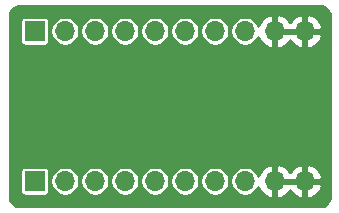
<source format=gbr>
G04 #@! TF.GenerationSoftware,KiCad,Pcbnew,(5.1.9-0-10_14)*
G04 #@! TF.CreationDate,2021-04-08T15:49:56-05:00*
G04 #@! TF.ProjectId,LED Helper,4c454420-4865-46c7-9065-722e6b696361,1*
G04 #@! TF.SameCoordinates,Original*
G04 #@! TF.FileFunction,Copper,L2,Bot*
G04 #@! TF.FilePolarity,Positive*
%FSLAX46Y46*%
G04 Gerber Fmt 4.6, Leading zero omitted, Abs format (unit mm)*
G04 Created by KiCad (PCBNEW (5.1.9-0-10_14)) date 2021-04-08 15:49:56*
%MOMM*%
%LPD*%
G01*
G04 APERTURE LIST*
G04 #@! TA.AperFunction,ComponentPad*
%ADD10R,1.700000X1.700000*%
G04 #@! TD*
G04 #@! TA.AperFunction,ComponentPad*
%ADD11O,1.700000X1.700000*%
G04 #@! TD*
G04 #@! TA.AperFunction,ViaPad*
%ADD12C,0.800000*%
G04 #@! TD*
G04 #@! TA.AperFunction,Conductor*
%ADD13C,0.254000*%
G04 #@! TD*
G04 #@! TA.AperFunction,Conductor*
%ADD14C,0.100000*%
G04 #@! TD*
G04 APERTURE END LIST*
D10*
X124460000Y-78740000D03*
D11*
X127000000Y-78740000D03*
X129540000Y-78740000D03*
X132080000Y-78740000D03*
X134620000Y-78740000D03*
X137160000Y-78740000D03*
X139700000Y-78740000D03*
X142240000Y-78740000D03*
X144780000Y-78740000D03*
X147320000Y-78740000D03*
X147320000Y-91440000D03*
X144780000Y-91440000D03*
X142240000Y-91440000D03*
X139700000Y-91440000D03*
X137160000Y-91440000D03*
X134620000Y-91440000D03*
X132080000Y-91440000D03*
X129540000Y-91440000D03*
X127000000Y-91440000D03*
D10*
X124460000Y-91440000D03*
D12*
X124460000Y-89408000D03*
X127000000Y-89408000D03*
X129540000Y-89408000D03*
X132080000Y-89408000D03*
X134620000Y-89408000D03*
X137160000Y-89408000D03*
X139700000Y-89408000D03*
X142240000Y-89408000D03*
D13*
X148757441Y-76624364D02*
X148918501Y-76672992D01*
X149067054Y-76751979D01*
X149197430Y-76858310D01*
X149304674Y-76987946D01*
X149384695Y-77135942D01*
X149434446Y-77296661D01*
X149454001Y-77482716D01*
X149454000Y-92690146D01*
X149435636Y-92877441D01*
X149387008Y-93038503D01*
X149308023Y-93187051D01*
X149201689Y-93317430D01*
X149072054Y-93424674D01*
X148924058Y-93504695D01*
X148763339Y-93554446D01*
X148577293Y-93574000D01*
X123209854Y-93574000D01*
X123022559Y-93555636D01*
X122861497Y-93507008D01*
X122712949Y-93428023D01*
X122582570Y-93321689D01*
X122475326Y-93192054D01*
X122395305Y-93044058D01*
X122345554Y-92883339D01*
X122326000Y-92697293D01*
X122326000Y-90590000D01*
X123227157Y-90590000D01*
X123227157Y-92290000D01*
X123234513Y-92364689D01*
X123256299Y-92436508D01*
X123291678Y-92502696D01*
X123339289Y-92560711D01*
X123397304Y-92608322D01*
X123463492Y-92643701D01*
X123535311Y-92665487D01*
X123610000Y-92672843D01*
X125310000Y-92672843D01*
X125384689Y-92665487D01*
X125456508Y-92643701D01*
X125522696Y-92608322D01*
X125580711Y-92560711D01*
X125628322Y-92502696D01*
X125663701Y-92436508D01*
X125685487Y-92364689D01*
X125692843Y-92290000D01*
X125692843Y-91318757D01*
X125769000Y-91318757D01*
X125769000Y-91561243D01*
X125816307Y-91799069D01*
X125909102Y-92023097D01*
X126043820Y-92224717D01*
X126215283Y-92396180D01*
X126416903Y-92530898D01*
X126640931Y-92623693D01*
X126878757Y-92671000D01*
X127121243Y-92671000D01*
X127359069Y-92623693D01*
X127583097Y-92530898D01*
X127784717Y-92396180D01*
X127956180Y-92224717D01*
X128090898Y-92023097D01*
X128183693Y-91799069D01*
X128231000Y-91561243D01*
X128231000Y-91318757D01*
X128309000Y-91318757D01*
X128309000Y-91561243D01*
X128356307Y-91799069D01*
X128449102Y-92023097D01*
X128583820Y-92224717D01*
X128755283Y-92396180D01*
X128956903Y-92530898D01*
X129180931Y-92623693D01*
X129418757Y-92671000D01*
X129661243Y-92671000D01*
X129899069Y-92623693D01*
X130123097Y-92530898D01*
X130324717Y-92396180D01*
X130496180Y-92224717D01*
X130630898Y-92023097D01*
X130723693Y-91799069D01*
X130771000Y-91561243D01*
X130771000Y-91318757D01*
X130849000Y-91318757D01*
X130849000Y-91561243D01*
X130896307Y-91799069D01*
X130989102Y-92023097D01*
X131123820Y-92224717D01*
X131295283Y-92396180D01*
X131496903Y-92530898D01*
X131720931Y-92623693D01*
X131958757Y-92671000D01*
X132201243Y-92671000D01*
X132439069Y-92623693D01*
X132663097Y-92530898D01*
X132864717Y-92396180D01*
X133036180Y-92224717D01*
X133170898Y-92023097D01*
X133263693Y-91799069D01*
X133311000Y-91561243D01*
X133311000Y-91318757D01*
X133389000Y-91318757D01*
X133389000Y-91561243D01*
X133436307Y-91799069D01*
X133529102Y-92023097D01*
X133663820Y-92224717D01*
X133835283Y-92396180D01*
X134036903Y-92530898D01*
X134260931Y-92623693D01*
X134498757Y-92671000D01*
X134741243Y-92671000D01*
X134979069Y-92623693D01*
X135203097Y-92530898D01*
X135404717Y-92396180D01*
X135576180Y-92224717D01*
X135710898Y-92023097D01*
X135803693Y-91799069D01*
X135851000Y-91561243D01*
X135851000Y-91318757D01*
X135929000Y-91318757D01*
X135929000Y-91561243D01*
X135976307Y-91799069D01*
X136069102Y-92023097D01*
X136203820Y-92224717D01*
X136375283Y-92396180D01*
X136576903Y-92530898D01*
X136800931Y-92623693D01*
X137038757Y-92671000D01*
X137281243Y-92671000D01*
X137519069Y-92623693D01*
X137743097Y-92530898D01*
X137944717Y-92396180D01*
X138116180Y-92224717D01*
X138250898Y-92023097D01*
X138343693Y-91799069D01*
X138391000Y-91561243D01*
X138391000Y-91318757D01*
X138469000Y-91318757D01*
X138469000Y-91561243D01*
X138516307Y-91799069D01*
X138609102Y-92023097D01*
X138743820Y-92224717D01*
X138915283Y-92396180D01*
X139116903Y-92530898D01*
X139340931Y-92623693D01*
X139578757Y-92671000D01*
X139821243Y-92671000D01*
X140059069Y-92623693D01*
X140283097Y-92530898D01*
X140484717Y-92396180D01*
X140656180Y-92224717D01*
X140790898Y-92023097D01*
X140883693Y-91799069D01*
X140931000Y-91561243D01*
X140931000Y-91318757D01*
X141009000Y-91318757D01*
X141009000Y-91561243D01*
X141056307Y-91799069D01*
X141149102Y-92023097D01*
X141283820Y-92224717D01*
X141455283Y-92396180D01*
X141656903Y-92530898D01*
X141880931Y-92623693D01*
X142118757Y-92671000D01*
X142361243Y-92671000D01*
X142599069Y-92623693D01*
X142823097Y-92530898D01*
X143024717Y-92396180D01*
X143196180Y-92224717D01*
X143330898Y-92023097D01*
X143378228Y-91908832D01*
X143435843Y-92071252D01*
X143584822Y-92321355D01*
X143779731Y-92537588D01*
X144013080Y-92711641D01*
X144275901Y-92836825D01*
X144423110Y-92881476D01*
X144653000Y-92760155D01*
X144653000Y-91567000D01*
X144907000Y-91567000D01*
X144907000Y-92760155D01*
X145136890Y-92881476D01*
X145284099Y-92836825D01*
X145546920Y-92711641D01*
X145780269Y-92537588D01*
X145975178Y-92321355D01*
X146050000Y-92195745D01*
X146124822Y-92321355D01*
X146319731Y-92537588D01*
X146553080Y-92711641D01*
X146815901Y-92836825D01*
X146963110Y-92881476D01*
X147193000Y-92760155D01*
X147193000Y-91567000D01*
X147447000Y-91567000D01*
X147447000Y-92760155D01*
X147676890Y-92881476D01*
X147824099Y-92836825D01*
X148086920Y-92711641D01*
X148320269Y-92537588D01*
X148515178Y-92321355D01*
X148664157Y-92071252D01*
X148761481Y-91796891D01*
X148640814Y-91567000D01*
X147447000Y-91567000D01*
X147193000Y-91567000D01*
X144907000Y-91567000D01*
X144653000Y-91567000D01*
X144633000Y-91567000D01*
X144633000Y-91313000D01*
X144653000Y-91313000D01*
X144653000Y-90119845D01*
X144907000Y-90119845D01*
X144907000Y-91313000D01*
X147193000Y-91313000D01*
X147193000Y-90119845D01*
X147447000Y-90119845D01*
X147447000Y-91313000D01*
X148640814Y-91313000D01*
X148761481Y-91083109D01*
X148664157Y-90808748D01*
X148515178Y-90558645D01*
X148320269Y-90342412D01*
X148086920Y-90168359D01*
X147824099Y-90043175D01*
X147676890Y-89998524D01*
X147447000Y-90119845D01*
X147193000Y-90119845D01*
X146963110Y-89998524D01*
X146815901Y-90043175D01*
X146553080Y-90168359D01*
X146319731Y-90342412D01*
X146124822Y-90558645D01*
X146050000Y-90684255D01*
X145975178Y-90558645D01*
X145780269Y-90342412D01*
X145546920Y-90168359D01*
X145284099Y-90043175D01*
X145136890Y-89998524D01*
X144907000Y-90119845D01*
X144653000Y-90119845D01*
X144423110Y-89998524D01*
X144275901Y-90043175D01*
X144013080Y-90168359D01*
X143779731Y-90342412D01*
X143584822Y-90558645D01*
X143435843Y-90808748D01*
X143378228Y-90971168D01*
X143330898Y-90856903D01*
X143196180Y-90655283D01*
X143024717Y-90483820D01*
X142823097Y-90349102D01*
X142599069Y-90256307D01*
X142361243Y-90209000D01*
X142118757Y-90209000D01*
X141880931Y-90256307D01*
X141656903Y-90349102D01*
X141455283Y-90483820D01*
X141283820Y-90655283D01*
X141149102Y-90856903D01*
X141056307Y-91080931D01*
X141009000Y-91318757D01*
X140931000Y-91318757D01*
X140883693Y-91080931D01*
X140790898Y-90856903D01*
X140656180Y-90655283D01*
X140484717Y-90483820D01*
X140283097Y-90349102D01*
X140059069Y-90256307D01*
X139821243Y-90209000D01*
X139578757Y-90209000D01*
X139340931Y-90256307D01*
X139116903Y-90349102D01*
X138915283Y-90483820D01*
X138743820Y-90655283D01*
X138609102Y-90856903D01*
X138516307Y-91080931D01*
X138469000Y-91318757D01*
X138391000Y-91318757D01*
X138343693Y-91080931D01*
X138250898Y-90856903D01*
X138116180Y-90655283D01*
X137944717Y-90483820D01*
X137743097Y-90349102D01*
X137519069Y-90256307D01*
X137281243Y-90209000D01*
X137038757Y-90209000D01*
X136800931Y-90256307D01*
X136576903Y-90349102D01*
X136375283Y-90483820D01*
X136203820Y-90655283D01*
X136069102Y-90856903D01*
X135976307Y-91080931D01*
X135929000Y-91318757D01*
X135851000Y-91318757D01*
X135803693Y-91080931D01*
X135710898Y-90856903D01*
X135576180Y-90655283D01*
X135404717Y-90483820D01*
X135203097Y-90349102D01*
X134979069Y-90256307D01*
X134741243Y-90209000D01*
X134498757Y-90209000D01*
X134260931Y-90256307D01*
X134036903Y-90349102D01*
X133835283Y-90483820D01*
X133663820Y-90655283D01*
X133529102Y-90856903D01*
X133436307Y-91080931D01*
X133389000Y-91318757D01*
X133311000Y-91318757D01*
X133263693Y-91080931D01*
X133170898Y-90856903D01*
X133036180Y-90655283D01*
X132864717Y-90483820D01*
X132663097Y-90349102D01*
X132439069Y-90256307D01*
X132201243Y-90209000D01*
X131958757Y-90209000D01*
X131720931Y-90256307D01*
X131496903Y-90349102D01*
X131295283Y-90483820D01*
X131123820Y-90655283D01*
X130989102Y-90856903D01*
X130896307Y-91080931D01*
X130849000Y-91318757D01*
X130771000Y-91318757D01*
X130723693Y-91080931D01*
X130630898Y-90856903D01*
X130496180Y-90655283D01*
X130324717Y-90483820D01*
X130123097Y-90349102D01*
X129899069Y-90256307D01*
X129661243Y-90209000D01*
X129418757Y-90209000D01*
X129180931Y-90256307D01*
X128956903Y-90349102D01*
X128755283Y-90483820D01*
X128583820Y-90655283D01*
X128449102Y-90856903D01*
X128356307Y-91080931D01*
X128309000Y-91318757D01*
X128231000Y-91318757D01*
X128183693Y-91080931D01*
X128090898Y-90856903D01*
X127956180Y-90655283D01*
X127784717Y-90483820D01*
X127583097Y-90349102D01*
X127359069Y-90256307D01*
X127121243Y-90209000D01*
X126878757Y-90209000D01*
X126640931Y-90256307D01*
X126416903Y-90349102D01*
X126215283Y-90483820D01*
X126043820Y-90655283D01*
X125909102Y-90856903D01*
X125816307Y-91080931D01*
X125769000Y-91318757D01*
X125692843Y-91318757D01*
X125692843Y-90590000D01*
X125685487Y-90515311D01*
X125663701Y-90443492D01*
X125628322Y-90377304D01*
X125580711Y-90319289D01*
X125522696Y-90271678D01*
X125456508Y-90236299D01*
X125384689Y-90214513D01*
X125310000Y-90207157D01*
X123610000Y-90207157D01*
X123535311Y-90214513D01*
X123463492Y-90236299D01*
X123397304Y-90271678D01*
X123339289Y-90319289D01*
X123291678Y-90377304D01*
X123256299Y-90443492D01*
X123234513Y-90515311D01*
X123227157Y-90590000D01*
X122326000Y-90590000D01*
X122326000Y-77890000D01*
X123227157Y-77890000D01*
X123227157Y-79590000D01*
X123234513Y-79664689D01*
X123256299Y-79736508D01*
X123291678Y-79802696D01*
X123339289Y-79860711D01*
X123397304Y-79908322D01*
X123463492Y-79943701D01*
X123535311Y-79965487D01*
X123610000Y-79972843D01*
X125310000Y-79972843D01*
X125384689Y-79965487D01*
X125456508Y-79943701D01*
X125522696Y-79908322D01*
X125580711Y-79860711D01*
X125628322Y-79802696D01*
X125663701Y-79736508D01*
X125685487Y-79664689D01*
X125692843Y-79590000D01*
X125692843Y-78618757D01*
X125769000Y-78618757D01*
X125769000Y-78861243D01*
X125816307Y-79099069D01*
X125909102Y-79323097D01*
X126043820Y-79524717D01*
X126215283Y-79696180D01*
X126416903Y-79830898D01*
X126640931Y-79923693D01*
X126878757Y-79971000D01*
X127121243Y-79971000D01*
X127359069Y-79923693D01*
X127583097Y-79830898D01*
X127784717Y-79696180D01*
X127956180Y-79524717D01*
X128090898Y-79323097D01*
X128183693Y-79099069D01*
X128231000Y-78861243D01*
X128231000Y-78618757D01*
X128309000Y-78618757D01*
X128309000Y-78861243D01*
X128356307Y-79099069D01*
X128449102Y-79323097D01*
X128583820Y-79524717D01*
X128755283Y-79696180D01*
X128956903Y-79830898D01*
X129180931Y-79923693D01*
X129418757Y-79971000D01*
X129661243Y-79971000D01*
X129899069Y-79923693D01*
X130123097Y-79830898D01*
X130324717Y-79696180D01*
X130496180Y-79524717D01*
X130630898Y-79323097D01*
X130723693Y-79099069D01*
X130771000Y-78861243D01*
X130771000Y-78618757D01*
X130849000Y-78618757D01*
X130849000Y-78861243D01*
X130896307Y-79099069D01*
X130989102Y-79323097D01*
X131123820Y-79524717D01*
X131295283Y-79696180D01*
X131496903Y-79830898D01*
X131720931Y-79923693D01*
X131958757Y-79971000D01*
X132201243Y-79971000D01*
X132439069Y-79923693D01*
X132663097Y-79830898D01*
X132864717Y-79696180D01*
X133036180Y-79524717D01*
X133170898Y-79323097D01*
X133263693Y-79099069D01*
X133311000Y-78861243D01*
X133311000Y-78618757D01*
X133389000Y-78618757D01*
X133389000Y-78861243D01*
X133436307Y-79099069D01*
X133529102Y-79323097D01*
X133663820Y-79524717D01*
X133835283Y-79696180D01*
X134036903Y-79830898D01*
X134260931Y-79923693D01*
X134498757Y-79971000D01*
X134741243Y-79971000D01*
X134979069Y-79923693D01*
X135203097Y-79830898D01*
X135404717Y-79696180D01*
X135576180Y-79524717D01*
X135710898Y-79323097D01*
X135803693Y-79099069D01*
X135851000Y-78861243D01*
X135851000Y-78618757D01*
X135929000Y-78618757D01*
X135929000Y-78861243D01*
X135976307Y-79099069D01*
X136069102Y-79323097D01*
X136203820Y-79524717D01*
X136375283Y-79696180D01*
X136576903Y-79830898D01*
X136800931Y-79923693D01*
X137038757Y-79971000D01*
X137281243Y-79971000D01*
X137519069Y-79923693D01*
X137743097Y-79830898D01*
X137944717Y-79696180D01*
X138116180Y-79524717D01*
X138250898Y-79323097D01*
X138343693Y-79099069D01*
X138391000Y-78861243D01*
X138391000Y-78618757D01*
X138469000Y-78618757D01*
X138469000Y-78861243D01*
X138516307Y-79099069D01*
X138609102Y-79323097D01*
X138743820Y-79524717D01*
X138915283Y-79696180D01*
X139116903Y-79830898D01*
X139340931Y-79923693D01*
X139578757Y-79971000D01*
X139821243Y-79971000D01*
X140059069Y-79923693D01*
X140283097Y-79830898D01*
X140484717Y-79696180D01*
X140656180Y-79524717D01*
X140790898Y-79323097D01*
X140883693Y-79099069D01*
X140931000Y-78861243D01*
X140931000Y-78618757D01*
X141009000Y-78618757D01*
X141009000Y-78861243D01*
X141056307Y-79099069D01*
X141149102Y-79323097D01*
X141283820Y-79524717D01*
X141455283Y-79696180D01*
X141656903Y-79830898D01*
X141880931Y-79923693D01*
X142118757Y-79971000D01*
X142361243Y-79971000D01*
X142599069Y-79923693D01*
X142823097Y-79830898D01*
X143024717Y-79696180D01*
X143196180Y-79524717D01*
X143330898Y-79323097D01*
X143378228Y-79208832D01*
X143435843Y-79371252D01*
X143584822Y-79621355D01*
X143779731Y-79837588D01*
X144013080Y-80011641D01*
X144275901Y-80136825D01*
X144423110Y-80181476D01*
X144653000Y-80060155D01*
X144653000Y-78867000D01*
X144907000Y-78867000D01*
X144907000Y-80060155D01*
X145136890Y-80181476D01*
X145284099Y-80136825D01*
X145546920Y-80011641D01*
X145780269Y-79837588D01*
X145975178Y-79621355D01*
X146050000Y-79495745D01*
X146124822Y-79621355D01*
X146319731Y-79837588D01*
X146553080Y-80011641D01*
X146815901Y-80136825D01*
X146963110Y-80181476D01*
X147193000Y-80060155D01*
X147193000Y-78867000D01*
X147447000Y-78867000D01*
X147447000Y-80060155D01*
X147676890Y-80181476D01*
X147824099Y-80136825D01*
X148086920Y-80011641D01*
X148320269Y-79837588D01*
X148515178Y-79621355D01*
X148664157Y-79371252D01*
X148761481Y-79096891D01*
X148640814Y-78867000D01*
X147447000Y-78867000D01*
X147193000Y-78867000D01*
X144907000Y-78867000D01*
X144653000Y-78867000D01*
X144633000Y-78867000D01*
X144633000Y-78613000D01*
X144653000Y-78613000D01*
X144653000Y-77419845D01*
X144907000Y-77419845D01*
X144907000Y-78613000D01*
X147193000Y-78613000D01*
X147193000Y-77419845D01*
X147447000Y-77419845D01*
X147447000Y-78613000D01*
X148640814Y-78613000D01*
X148761481Y-78383109D01*
X148664157Y-78108748D01*
X148515178Y-77858645D01*
X148320269Y-77642412D01*
X148086920Y-77468359D01*
X147824099Y-77343175D01*
X147676890Y-77298524D01*
X147447000Y-77419845D01*
X147193000Y-77419845D01*
X146963110Y-77298524D01*
X146815901Y-77343175D01*
X146553080Y-77468359D01*
X146319731Y-77642412D01*
X146124822Y-77858645D01*
X146050000Y-77984255D01*
X145975178Y-77858645D01*
X145780269Y-77642412D01*
X145546920Y-77468359D01*
X145284099Y-77343175D01*
X145136890Y-77298524D01*
X144907000Y-77419845D01*
X144653000Y-77419845D01*
X144423110Y-77298524D01*
X144275901Y-77343175D01*
X144013080Y-77468359D01*
X143779731Y-77642412D01*
X143584822Y-77858645D01*
X143435843Y-78108748D01*
X143378228Y-78271168D01*
X143330898Y-78156903D01*
X143196180Y-77955283D01*
X143024717Y-77783820D01*
X142823097Y-77649102D01*
X142599069Y-77556307D01*
X142361243Y-77509000D01*
X142118757Y-77509000D01*
X141880931Y-77556307D01*
X141656903Y-77649102D01*
X141455283Y-77783820D01*
X141283820Y-77955283D01*
X141149102Y-78156903D01*
X141056307Y-78380931D01*
X141009000Y-78618757D01*
X140931000Y-78618757D01*
X140883693Y-78380931D01*
X140790898Y-78156903D01*
X140656180Y-77955283D01*
X140484717Y-77783820D01*
X140283097Y-77649102D01*
X140059069Y-77556307D01*
X139821243Y-77509000D01*
X139578757Y-77509000D01*
X139340931Y-77556307D01*
X139116903Y-77649102D01*
X138915283Y-77783820D01*
X138743820Y-77955283D01*
X138609102Y-78156903D01*
X138516307Y-78380931D01*
X138469000Y-78618757D01*
X138391000Y-78618757D01*
X138343693Y-78380931D01*
X138250898Y-78156903D01*
X138116180Y-77955283D01*
X137944717Y-77783820D01*
X137743097Y-77649102D01*
X137519069Y-77556307D01*
X137281243Y-77509000D01*
X137038757Y-77509000D01*
X136800931Y-77556307D01*
X136576903Y-77649102D01*
X136375283Y-77783820D01*
X136203820Y-77955283D01*
X136069102Y-78156903D01*
X135976307Y-78380931D01*
X135929000Y-78618757D01*
X135851000Y-78618757D01*
X135803693Y-78380931D01*
X135710898Y-78156903D01*
X135576180Y-77955283D01*
X135404717Y-77783820D01*
X135203097Y-77649102D01*
X134979069Y-77556307D01*
X134741243Y-77509000D01*
X134498757Y-77509000D01*
X134260931Y-77556307D01*
X134036903Y-77649102D01*
X133835283Y-77783820D01*
X133663820Y-77955283D01*
X133529102Y-78156903D01*
X133436307Y-78380931D01*
X133389000Y-78618757D01*
X133311000Y-78618757D01*
X133263693Y-78380931D01*
X133170898Y-78156903D01*
X133036180Y-77955283D01*
X132864717Y-77783820D01*
X132663097Y-77649102D01*
X132439069Y-77556307D01*
X132201243Y-77509000D01*
X131958757Y-77509000D01*
X131720931Y-77556307D01*
X131496903Y-77649102D01*
X131295283Y-77783820D01*
X131123820Y-77955283D01*
X130989102Y-78156903D01*
X130896307Y-78380931D01*
X130849000Y-78618757D01*
X130771000Y-78618757D01*
X130723693Y-78380931D01*
X130630898Y-78156903D01*
X130496180Y-77955283D01*
X130324717Y-77783820D01*
X130123097Y-77649102D01*
X129899069Y-77556307D01*
X129661243Y-77509000D01*
X129418757Y-77509000D01*
X129180931Y-77556307D01*
X128956903Y-77649102D01*
X128755283Y-77783820D01*
X128583820Y-77955283D01*
X128449102Y-78156903D01*
X128356307Y-78380931D01*
X128309000Y-78618757D01*
X128231000Y-78618757D01*
X128183693Y-78380931D01*
X128090898Y-78156903D01*
X127956180Y-77955283D01*
X127784717Y-77783820D01*
X127583097Y-77649102D01*
X127359069Y-77556307D01*
X127121243Y-77509000D01*
X126878757Y-77509000D01*
X126640931Y-77556307D01*
X126416903Y-77649102D01*
X126215283Y-77783820D01*
X126043820Y-77955283D01*
X125909102Y-78156903D01*
X125816307Y-78380931D01*
X125769000Y-78618757D01*
X125692843Y-78618757D01*
X125692843Y-77890000D01*
X125685487Y-77815311D01*
X125663701Y-77743492D01*
X125628322Y-77677304D01*
X125580711Y-77619289D01*
X125522696Y-77571678D01*
X125456508Y-77536299D01*
X125384689Y-77514513D01*
X125310000Y-77507157D01*
X123610000Y-77507157D01*
X123535311Y-77514513D01*
X123463492Y-77536299D01*
X123397304Y-77571678D01*
X123339289Y-77619289D01*
X123291678Y-77677304D01*
X123256299Y-77743492D01*
X123234513Y-77815311D01*
X123227157Y-77890000D01*
X122326000Y-77890000D01*
X122326000Y-77489854D01*
X122344364Y-77302559D01*
X122392992Y-77141499D01*
X122471979Y-76992946D01*
X122578310Y-76862570D01*
X122707946Y-76755326D01*
X122855942Y-76675305D01*
X123016661Y-76625554D01*
X123202707Y-76606000D01*
X148570146Y-76606000D01*
X148757441Y-76624364D01*
G04 #@! TA.AperFunction,Conductor*
D14*
G36*
X148757441Y-76624364D02*
G01*
X148918501Y-76672992D01*
X149067054Y-76751979D01*
X149197430Y-76858310D01*
X149304674Y-76987946D01*
X149384695Y-77135942D01*
X149434446Y-77296661D01*
X149454001Y-77482716D01*
X149454000Y-92690146D01*
X149435636Y-92877441D01*
X149387008Y-93038503D01*
X149308023Y-93187051D01*
X149201689Y-93317430D01*
X149072054Y-93424674D01*
X148924058Y-93504695D01*
X148763339Y-93554446D01*
X148577293Y-93574000D01*
X123209854Y-93574000D01*
X123022559Y-93555636D01*
X122861497Y-93507008D01*
X122712949Y-93428023D01*
X122582570Y-93321689D01*
X122475326Y-93192054D01*
X122395305Y-93044058D01*
X122345554Y-92883339D01*
X122326000Y-92697293D01*
X122326000Y-90590000D01*
X123227157Y-90590000D01*
X123227157Y-92290000D01*
X123234513Y-92364689D01*
X123256299Y-92436508D01*
X123291678Y-92502696D01*
X123339289Y-92560711D01*
X123397304Y-92608322D01*
X123463492Y-92643701D01*
X123535311Y-92665487D01*
X123610000Y-92672843D01*
X125310000Y-92672843D01*
X125384689Y-92665487D01*
X125456508Y-92643701D01*
X125522696Y-92608322D01*
X125580711Y-92560711D01*
X125628322Y-92502696D01*
X125663701Y-92436508D01*
X125685487Y-92364689D01*
X125692843Y-92290000D01*
X125692843Y-91318757D01*
X125769000Y-91318757D01*
X125769000Y-91561243D01*
X125816307Y-91799069D01*
X125909102Y-92023097D01*
X126043820Y-92224717D01*
X126215283Y-92396180D01*
X126416903Y-92530898D01*
X126640931Y-92623693D01*
X126878757Y-92671000D01*
X127121243Y-92671000D01*
X127359069Y-92623693D01*
X127583097Y-92530898D01*
X127784717Y-92396180D01*
X127956180Y-92224717D01*
X128090898Y-92023097D01*
X128183693Y-91799069D01*
X128231000Y-91561243D01*
X128231000Y-91318757D01*
X128309000Y-91318757D01*
X128309000Y-91561243D01*
X128356307Y-91799069D01*
X128449102Y-92023097D01*
X128583820Y-92224717D01*
X128755283Y-92396180D01*
X128956903Y-92530898D01*
X129180931Y-92623693D01*
X129418757Y-92671000D01*
X129661243Y-92671000D01*
X129899069Y-92623693D01*
X130123097Y-92530898D01*
X130324717Y-92396180D01*
X130496180Y-92224717D01*
X130630898Y-92023097D01*
X130723693Y-91799069D01*
X130771000Y-91561243D01*
X130771000Y-91318757D01*
X130849000Y-91318757D01*
X130849000Y-91561243D01*
X130896307Y-91799069D01*
X130989102Y-92023097D01*
X131123820Y-92224717D01*
X131295283Y-92396180D01*
X131496903Y-92530898D01*
X131720931Y-92623693D01*
X131958757Y-92671000D01*
X132201243Y-92671000D01*
X132439069Y-92623693D01*
X132663097Y-92530898D01*
X132864717Y-92396180D01*
X133036180Y-92224717D01*
X133170898Y-92023097D01*
X133263693Y-91799069D01*
X133311000Y-91561243D01*
X133311000Y-91318757D01*
X133389000Y-91318757D01*
X133389000Y-91561243D01*
X133436307Y-91799069D01*
X133529102Y-92023097D01*
X133663820Y-92224717D01*
X133835283Y-92396180D01*
X134036903Y-92530898D01*
X134260931Y-92623693D01*
X134498757Y-92671000D01*
X134741243Y-92671000D01*
X134979069Y-92623693D01*
X135203097Y-92530898D01*
X135404717Y-92396180D01*
X135576180Y-92224717D01*
X135710898Y-92023097D01*
X135803693Y-91799069D01*
X135851000Y-91561243D01*
X135851000Y-91318757D01*
X135929000Y-91318757D01*
X135929000Y-91561243D01*
X135976307Y-91799069D01*
X136069102Y-92023097D01*
X136203820Y-92224717D01*
X136375283Y-92396180D01*
X136576903Y-92530898D01*
X136800931Y-92623693D01*
X137038757Y-92671000D01*
X137281243Y-92671000D01*
X137519069Y-92623693D01*
X137743097Y-92530898D01*
X137944717Y-92396180D01*
X138116180Y-92224717D01*
X138250898Y-92023097D01*
X138343693Y-91799069D01*
X138391000Y-91561243D01*
X138391000Y-91318757D01*
X138469000Y-91318757D01*
X138469000Y-91561243D01*
X138516307Y-91799069D01*
X138609102Y-92023097D01*
X138743820Y-92224717D01*
X138915283Y-92396180D01*
X139116903Y-92530898D01*
X139340931Y-92623693D01*
X139578757Y-92671000D01*
X139821243Y-92671000D01*
X140059069Y-92623693D01*
X140283097Y-92530898D01*
X140484717Y-92396180D01*
X140656180Y-92224717D01*
X140790898Y-92023097D01*
X140883693Y-91799069D01*
X140931000Y-91561243D01*
X140931000Y-91318757D01*
X141009000Y-91318757D01*
X141009000Y-91561243D01*
X141056307Y-91799069D01*
X141149102Y-92023097D01*
X141283820Y-92224717D01*
X141455283Y-92396180D01*
X141656903Y-92530898D01*
X141880931Y-92623693D01*
X142118757Y-92671000D01*
X142361243Y-92671000D01*
X142599069Y-92623693D01*
X142823097Y-92530898D01*
X143024717Y-92396180D01*
X143196180Y-92224717D01*
X143330898Y-92023097D01*
X143378228Y-91908832D01*
X143435843Y-92071252D01*
X143584822Y-92321355D01*
X143779731Y-92537588D01*
X144013080Y-92711641D01*
X144275901Y-92836825D01*
X144423110Y-92881476D01*
X144653000Y-92760155D01*
X144653000Y-91567000D01*
X144907000Y-91567000D01*
X144907000Y-92760155D01*
X145136890Y-92881476D01*
X145284099Y-92836825D01*
X145546920Y-92711641D01*
X145780269Y-92537588D01*
X145975178Y-92321355D01*
X146050000Y-92195745D01*
X146124822Y-92321355D01*
X146319731Y-92537588D01*
X146553080Y-92711641D01*
X146815901Y-92836825D01*
X146963110Y-92881476D01*
X147193000Y-92760155D01*
X147193000Y-91567000D01*
X147447000Y-91567000D01*
X147447000Y-92760155D01*
X147676890Y-92881476D01*
X147824099Y-92836825D01*
X148086920Y-92711641D01*
X148320269Y-92537588D01*
X148515178Y-92321355D01*
X148664157Y-92071252D01*
X148761481Y-91796891D01*
X148640814Y-91567000D01*
X147447000Y-91567000D01*
X147193000Y-91567000D01*
X144907000Y-91567000D01*
X144653000Y-91567000D01*
X144633000Y-91567000D01*
X144633000Y-91313000D01*
X144653000Y-91313000D01*
X144653000Y-90119845D01*
X144907000Y-90119845D01*
X144907000Y-91313000D01*
X147193000Y-91313000D01*
X147193000Y-90119845D01*
X147447000Y-90119845D01*
X147447000Y-91313000D01*
X148640814Y-91313000D01*
X148761481Y-91083109D01*
X148664157Y-90808748D01*
X148515178Y-90558645D01*
X148320269Y-90342412D01*
X148086920Y-90168359D01*
X147824099Y-90043175D01*
X147676890Y-89998524D01*
X147447000Y-90119845D01*
X147193000Y-90119845D01*
X146963110Y-89998524D01*
X146815901Y-90043175D01*
X146553080Y-90168359D01*
X146319731Y-90342412D01*
X146124822Y-90558645D01*
X146050000Y-90684255D01*
X145975178Y-90558645D01*
X145780269Y-90342412D01*
X145546920Y-90168359D01*
X145284099Y-90043175D01*
X145136890Y-89998524D01*
X144907000Y-90119845D01*
X144653000Y-90119845D01*
X144423110Y-89998524D01*
X144275901Y-90043175D01*
X144013080Y-90168359D01*
X143779731Y-90342412D01*
X143584822Y-90558645D01*
X143435843Y-90808748D01*
X143378228Y-90971168D01*
X143330898Y-90856903D01*
X143196180Y-90655283D01*
X143024717Y-90483820D01*
X142823097Y-90349102D01*
X142599069Y-90256307D01*
X142361243Y-90209000D01*
X142118757Y-90209000D01*
X141880931Y-90256307D01*
X141656903Y-90349102D01*
X141455283Y-90483820D01*
X141283820Y-90655283D01*
X141149102Y-90856903D01*
X141056307Y-91080931D01*
X141009000Y-91318757D01*
X140931000Y-91318757D01*
X140883693Y-91080931D01*
X140790898Y-90856903D01*
X140656180Y-90655283D01*
X140484717Y-90483820D01*
X140283097Y-90349102D01*
X140059069Y-90256307D01*
X139821243Y-90209000D01*
X139578757Y-90209000D01*
X139340931Y-90256307D01*
X139116903Y-90349102D01*
X138915283Y-90483820D01*
X138743820Y-90655283D01*
X138609102Y-90856903D01*
X138516307Y-91080931D01*
X138469000Y-91318757D01*
X138391000Y-91318757D01*
X138343693Y-91080931D01*
X138250898Y-90856903D01*
X138116180Y-90655283D01*
X137944717Y-90483820D01*
X137743097Y-90349102D01*
X137519069Y-90256307D01*
X137281243Y-90209000D01*
X137038757Y-90209000D01*
X136800931Y-90256307D01*
X136576903Y-90349102D01*
X136375283Y-90483820D01*
X136203820Y-90655283D01*
X136069102Y-90856903D01*
X135976307Y-91080931D01*
X135929000Y-91318757D01*
X135851000Y-91318757D01*
X135803693Y-91080931D01*
X135710898Y-90856903D01*
X135576180Y-90655283D01*
X135404717Y-90483820D01*
X135203097Y-90349102D01*
X134979069Y-90256307D01*
X134741243Y-90209000D01*
X134498757Y-90209000D01*
X134260931Y-90256307D01*
X134036903Y-90349102D01*
X133835283Y-90483820D01*
X133663820Y-90655283D01*
X133529102Y-90856903D01*
X133436307Y-91080931D01*
X133389000Y-91318757D01*
X133311000Y-91318757D01*
X133263693Y-91080931D01*
X133170898Y-90856903D01*
X133036180Y-90655283D01*
X132864717Y-90483820D01*
X132663097Y-90349102D01*
X132439069Y-90256307D01*
X132201243Y-90209000D01*
X131958757Y-90209000D01*
X131720931Y-90256307D01*
X131496903Y-90349102D01*
X131295283Y-90483820D01*
X131123820Y-90655283D01*
X130989102Y-90856903D01*
X130896307Y-91080931D01*
X130849000Y-91318757D01*
X130771000Y-91318757D01*
X130723693Y-91080931D01*
X130630898Y-90856903D01*
X130496180Y-90655283D01*
X130324717Y-90483820D01*
X130123097Y-90349102D01*
X129899069Y-90256307D01*
X129661243Y-90209000D01*
X129418757Y-90209000D01*
X129180931Y-90256307D01*
X128956903Y-90349102D01*
X128755283Y-90483820D01*
X128583820Y-90655283D01*
X128449102Y-90856903D01*
X128356307Y-91080931D01*
X128309000Y-91318757D01*
X128231000Y-91318757D01*
X128183693Y-91080931D01*
X128090898Y-90856903D01*
X127956180Y-90655283D01*
X127784717Y-90483820D01*
X127583097Y-90349102D01*
X127359069Y-90256307D01*
X127121243Y-90209000D01*
X126878757Y-90209000D01*
X126640931Y-90256307D01*
X126416903Y-90349102D01*
X126215283Y-90483820D01*
X126043820Y-90655283D01*
X125909102Y-90856903D01*
X125816307Y-91080931D01*
X125769000Y-91318757D01*
X125692843Y-91318757D01*
X125692843Y-90590000D01*
X125685487Y-90515311D01*
X125663701Y-90443492D01*
X125628322Y-90377304D01*
X125580711Y-90319289D01*
X125522696Y-90271678D01*
X125456508Y-90236299D01*
X125384689Y-90214513D01*
X125310000Y-90207157D01*
X123610000Y-90207157D01*
X123535311Y-90214513D01*
X123463492Y-90236299D01*
X123397304Y-90271678D01*
X123339289Y-90319289D01*
X123291678Y-90377304D01*
X123256299Y-90443492D01*
X123234513Y-90515311D01*
X123227157Y-90590000D01*
X122326000Y-90590000D01*
X122326000Y-77890000D01*
X123227157Y-77890000D01*
X123227157Y-79590000D01*
X123234513Y-79664689D01*
X123256299Y-79736508D01*
X123291678Y-79802696D01*
X123339289Y-79860711D01*
X123397304Y-79908322D01*
X123463492Y-79943701D01*
X123535311Y-79965487D01*
X123610000Y-79972843D01*
X125310000Y-79972843D01*
X125384689Y-79965487D01*
X125456508Y-79943701D01*
X125522696Y-79908322D01*
X125580711Y-79860711D01*
X125628322Y-79802696D01*
X125663701Y-79736508D01*
X125685487Y-79664689D01*
X125692843Y-79590000D01*
X125692843Y-78618757D01*
X125769000Y-78618757D01*
X125769000Y-78861243D01*
X125816307Y-79099069D01*
X125909102Y-79323097D01*
X126043820Y-79524717D01*
X126215283Y-79696180D01*
X126416903Y-79830898D01*
X126640931Y-79923693D01*
X126878757Y-79971000D01*
X127121243Y-79971000D01*
X127359069Y-79923693D01*
X127583097Y-79830898D01*
X127784717Y-79696180D01*
X127956180Y-79524717D01*
X128090898Y-79323097D01*
X128183693Y-79099069D01*
X128231000Y-78861243D01*
X128231000Y-78618757D01*
X128309000Y-78618757D01*
X128309000Y-78861243D01*
X128356307Y-79099069D01*
X128449102Y-79323097D01*
X128583820Y-79524717D01*
X128755283Y-79696180D01*
X128956903Y-79830898D01*
X129180931Y-79923693D01*
X129418757Y-79971000D01*
X129661243Y-79971000D01*
X129899069Y-79923693D01*
X130123097Y-79830898D01*
X130324717Y-79696180D01*
X130496180Y-79524717D01*
X130630898Y-79323097D01*
X130723693Y-79099069D01*
X130771000Y-78861243D01*
X130771000Y-78618757D01*
X130849000Y-78618757D01*
X130849000Y-78861243D01*
X130896307Y-79099069D01*
X130989102Y-79323097D01*
X131123820Y-79524717D01*
X131295283Y-79696180D01*
X131496903Y-79830898D01*
X131720931Y-79923693D01*
X131958757Y-79971000D01*
X132201243Y-79971000D01*
X132439069Y-79923693D01*
X132663097Y-79830898D01*
X132864717Y-79696180D01*
X133036180Y-79524717D01*
X133170898Y-79323097D01*
X133263693Y-79099069D01*
X133311000Y-78861243D01*
X133311000Y-78618757D01*
X133389000Y-78618757D01*
X133389000Y-78861243D01*
X133436307Y-79099069D01*
X133529102Y-79323097D01*
X133663820Y-79524717D01*
X133835283Y-79696180D01*
X134036903Y-79830898D01*
X134260931Y-79923693D01*
X134498757Y-79971000D01*
X134741243Y-79971000D01*
X134979069Y-79923693D01*
X135203097Y-79830898D01*
X135404717Y-79696180D01*
X135576180Y-79524717D01*
X135710898Y-79323097D01*
X135803693Y-79099069D01*
X135851000Y-78861243D01*
X135851000Y-78618757D01*
X135929000Y-78618757D01*
X135929000Y-78861243D01*
X135976307Y-79099069D01*
X136069102Y-79323097D01*
X136203820Y-79524717D01*
X136375283Y-79696180D01*
X136576903Y-79830898D01*
X136800931Y-79923693D01*
X137038757Y-79971000D01*
X137281243Y-79971000D01*
X137519069Y-79923693D01*
X137743097Y-79830898D01*
X137944717Y-79696180D01*
X138116180Y-79524717D01*
X138250898Y-79323097D01*
X138343693Y-79099069D01*
X138391000Y-78861243D01*
X138391000Y-78618757D01*
X138469000Y-78618757D01*
X138469000Y-78861243D01*
X138516307Y-79099069D01*
X138609102Y-79323097D01*
X138743820Y-79524717D01*
X138915283Y-79696180D01*
X139116903Y-79830898D01*
X139340931Y-79923693D01*
X139578757Y-79971000D01*
X139821243Y-79971000D01*
X140059069Y-79923693D01*
X140283097Y-79830898D01*
X140484717Y-79696180D01*
X140656180Y-79524717D01*
X140790898Y-79323097D01*
X140883693Y-79099069D01*
X140931000Y-78861243D01*
X140931000Y-78618757D01*
X141009000Y-78618757D01*
X141009000Y-78861243D01*
X141056307Y-79099069D01*
X141149102Y-79323097D01*
X141283820Y-79524717D01*
X141455283Y-79696180D01*
X141656903Y-79830898D01*
X141880931Y-79923693D01*
X142118757Y-79971000D01*
X142361243Y-79971000D01*
X142599069Y-79923693D01*
X142823097Y-79830898D01*
X143024717Y-79696180D01*
X143196180Y-79524717D01*
X143330898Y-79323097D01*
X143378228Y-79208832D01*
X143435843Y-79371252D01*
X143584822Y-79621355D01*
X143779731Y-79837588D01*
X144013080Y-80011641D01*
X144275901Y-80136825D01*
X144423110Y-80181476D01*
X144653000Y-80060155D01*
X144653000Y-78867000D01*
X144907000Y-78867000D01*
X144907000Y-80060155D01*
X145136890Y-80181476D01*
X145284099Y-80136825D01*
X145546920Y-80011641D01*
X145780269Y-79837588D01*
X145975178Y-79621355D01*
X146050000Y-79495745D01*
X146124822Y-79621355D01*
X146319731Y-79837588D01*
X146553080Y-80011641D01*
X146815901Y-80136825D01*
X146963110Y-80181476D01*
X147193000Y-80060155D01*
X147193000Y-78867000D01*
X147447000Y-78867000D01*
X147447000Y-80060155D01*
X147676890Y-80181476D01*
X147824099Y-80136825D01*
X148086920Y-80011641D01*
X148320269Y-79837588D01*
X148515178Y-79621355D01*
X148664157Y-79371252D01*
X148761481Y-79096891D01*
X148640814Y-78867000D01*
X147447000Y-78867000D01*
X147193000Y-78867000D01*
X144907000Y-78867000D01*
X144653000Y-78867000D01*
X144633000Y-78867000D01*
X144633000Y-78613000D01*
X144653000Y-78613000D01*
X144653000Y-77419845D01*
X144907000Y-77419845D01*
X144907000Y-78613000D01*
X147193000Y-78613000D01*
X147193000Y-77419845D01*
X147447000Y-77419845D01*
X147447000Y-78613000D01*
X148640814Y-78613000D01*
X148761481Y-78383109D01*
X148664157Y-78108748D01*
X148515178Y-77858645D01*
X148320269Y-77642412D01*
X148086920Y-77468359D01*
X147824099Y-77343175D01*
X147676890Y-77298524D01*
X147447000Y-77419845D01*
X147193000Y-77419845D01*
X146963110Y-77298524D01*
X146815901Y-77343175D01*
X146553080Y-77468359D01*
X146319731Y-77642412D01*
X146124822Y-77858645D01*
X146050000Y-77984255D01*
X145975178Y-77858645D01*
X145780269Y-77642412D01*
X145546920Y-77468359D01*
X145284099Y-77343175D01*
X145136890Y-77298524D01*
X144907000Y-77419845D01*
X144653000Y-77419845D01*
X144423110Y-77298524D01*
X144275901Y-77343175D01*
X144013080Y-77468359D01*
X143779731Y-77642412D01*
X143584822Y-77858645D01*
X143435843Y-78108748D01*
X143378228Y-78271168D01*
X143330898Y-78156903D01*
X143196180Y-77955283D01*
X143024717Y-77783820D01*
X142823097Y-77649102D01*
X142599069Y-77556307D01*
X142361243Y-77509000D01*
X142118757Y-77509000D01*
X141880931Y-77556307D01*
X141656903Y-77649102D01*
X141455283Y-77783820D01*
X141283820Y-77955283D01*
X141149102Y-78156903D01*
X141056307Y-78380931D01*
X141009000Y-78618757D01*
X140931000Y-78618757D01*
X140883693Y-78380931D01*
X140790898Y-78156903D01*
X140656180Y-77955283D01*
X140484717Y-77783820D01*
X140283097Y-77649102D01*
X140059069Y-77556307D01*
X139821243Y-77509000D01*
X139578757Y-77509000D01*
X139340931Y-77556307D01*
X139116903Y-77649102D01*
X138915283Y-77783820D01*
X138743820Y-77955283D01*
X138609102Y-78156903D01*
X138516307Y-78380931D01*
X138469000Y-78618757D01*
X138391000Y-78618757D01*
X138343693Y-78380931D01*
X138250898Y-78156903D01*
X138116180Y-77955283D01*
X137944717Y-77783820D01*
X137743097Y-77649102D01*
X137519069Y-77556307D01*
X137281243Y-77509000D01*
X137038757Y-77509000D01*
X136800931Y-77556307D01*
X136576903Y-77649102D01*
X136375283Y-77783820D01*
X136203820Y-77955283D01*
X136069102Y-78156903D01*
X135976307Y-78380931D01*
X135929000Y-78618757D01*
X135851000Y-78618757D01*
X135803693Y-78380931D01*
X135710898Y-78156903D01*
X135576180Y-77955283D01*
X135404717Y-77783820D01*
X135203097Y-77649102D01*
X134979069Y-77556307D01*
X134741243Y-77509000D01*
X134498757Y-77509000D01*
X134260931Y-77556307D01*
X134036903Y-77649102D01*
X133835283Y-77783820D01*
X133663820Y-77955283D01*
X133529102Y-78156903D01*
X133436307Y-78380931D01*
X133389000Y-78618757D01*
X133311000Y-78618757D01*
X133263693Y-78380931D01*
X133170898Y-78156903D01*
X133036180Y-77955283D01*
X132864717Y-77783820D01*
X132663097Y-77649102D01*
X132439069Y-77556307D01*
X132201243Y-77509000D01*
X131958757Y-77509000D01*
X131720931Y-77556307D01*
X131496903Y-77649102D01*
X131295283Y-77783820D01*
X131123820Y-77955283D01*
X130989102Y-78156903D01*
X130896307Y-78380931D01*
X130849000Y-78618757D01*
X130771000Y-78618757D01*
X130723693Y-78380931D01*
X130630898Y-78156903D01*
X130496180Y-77955283D01*
X130324717Y-77783820D01*
X130123097Y-77649102D01*
X129899069Y-77556307D01*
X129661243Y-77509000D01*
X129418757Y-77509000D01*
X129180931Y-77556307D01*
X128956903Y-77649102D01*
X128755283Y-77783820D01*
X128583820Y-77955283D01*
X128449102Y-78156903D01*
X128356307Y-78380931D01*
X128309000Y-78618757D01*
X128231000Y-78618757D01*
X128183693Y-78380931D01*
X128090898Y-78156903D01*
X127956180Y-77955283D01*
X127784717Y-77783820D01*
X127583097Y-77649102D01*
X127359069Y-77556307D01*
X127121243Y-77509000D01*
X126878757Y-77509000D01*
X126640931Y-77556307D01*
X126416903Y-77649102D01*
X126215283Y-77783820D01*
X126043820Y-77955283D01*
X125909102Y-78156903D01*
X125816307Y-78380931D01*
X125769000Y-78618757D01*
X125692843Y-78618757D01*
X125692843Y-77890000D01*
X125685487Y-77815311D01*
X125663701Y-77743492D01*
X125628322Y-77677304D01*
X125580711Y-77619289D01*
X125522696Y-77571678D01*
X125456508Y-77536299D01*
X125384689Y-77514513D01*
X125310000Y-77507157D01*
X123610000Y-77507157D01*
X123535311Y-77514513D01*
X123463492Y-77536299D01*
X123397304Y-77571678D01*
X123339289Y-77619289D01*
X123291678Y-77677304D01*
X123256299Y-77743492D01*
X123234513Y-77815311D01*
X123227157Y-77890000D01*
X122326000Y-77890000D01*
X122326000Y-77489854D01*
X122344364Y-77302559D01*
X122392992Y-77141499D01*
X122471979Y-76992946D01*
X122578310Y-76862570D01*
X122707946Y-76755326D01*
X122855942Y-76675305D01*
X123016661Y-76625554D01*
X123202707Y-76606000D01*
X148570146Y-76606000D01*
X148757441Y-76624364D01*
G37*
G04 #@! TD.AperFunction*
M02*

</source>
